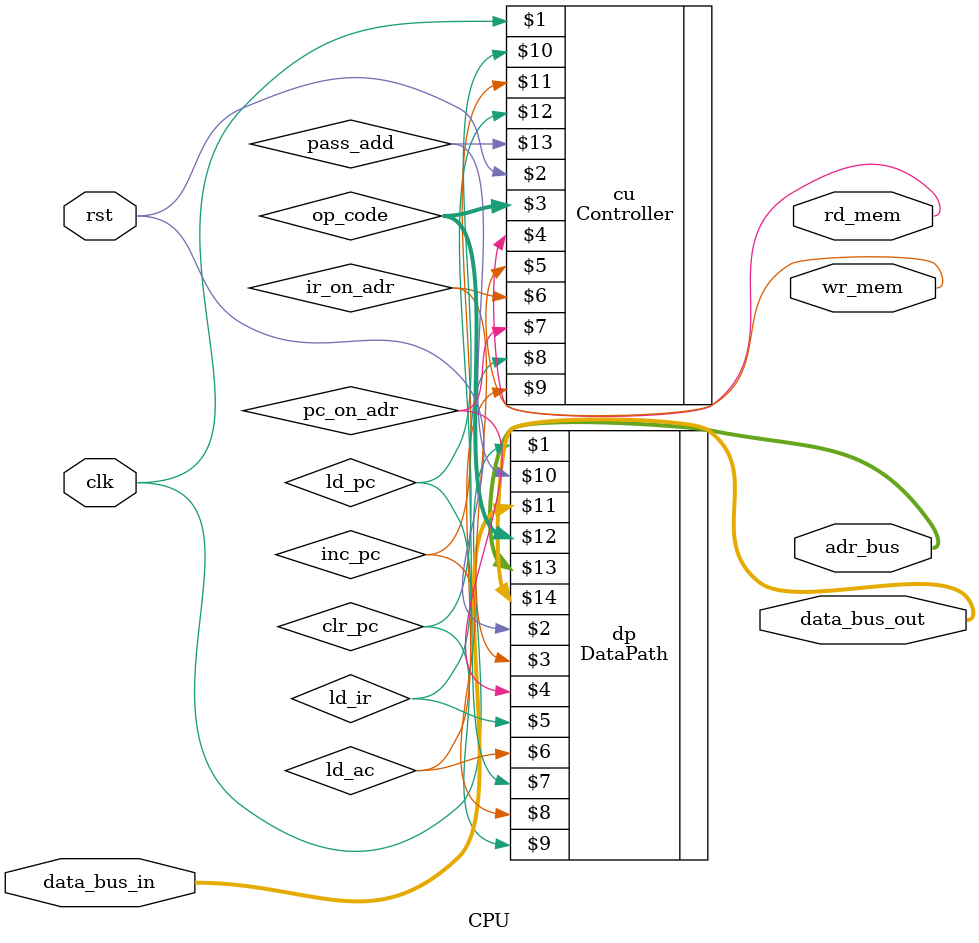
<source format=v>
module CPU(
    input   	clk,
    input   	rst,
    input  	[7:0]data_bus_in,
    output 	rd_mem,
    output 	wr_mem,
    output 	[5:0]adr_bus,
    output 	[7:0]data_bus_out
);

    wire  ir_on_adr, pc_on_adr, ld_ir, ld_ac, ld_pc, inc_pc, clr_pc, pass_add;
    wire [1:0] op_code;

    // Instantiate CPU modules
    Controller cu(
        clk, rst, op_code, rd_mem, wr_mem, ir_on_adr, pc_on_adr, ld_ir, ld_ac, ld_pc, inc_pc, clr_pc, pass_add);

    DataPath dp(
        clk, rst, ir_on_adr, pc_on_adr, ld_ir, ld_ac, ld_pc, inc_pc, clr_pc, pass_add, data_bus_in, op_code, adr_bus, data_bus_out);

endmodule
</source>
